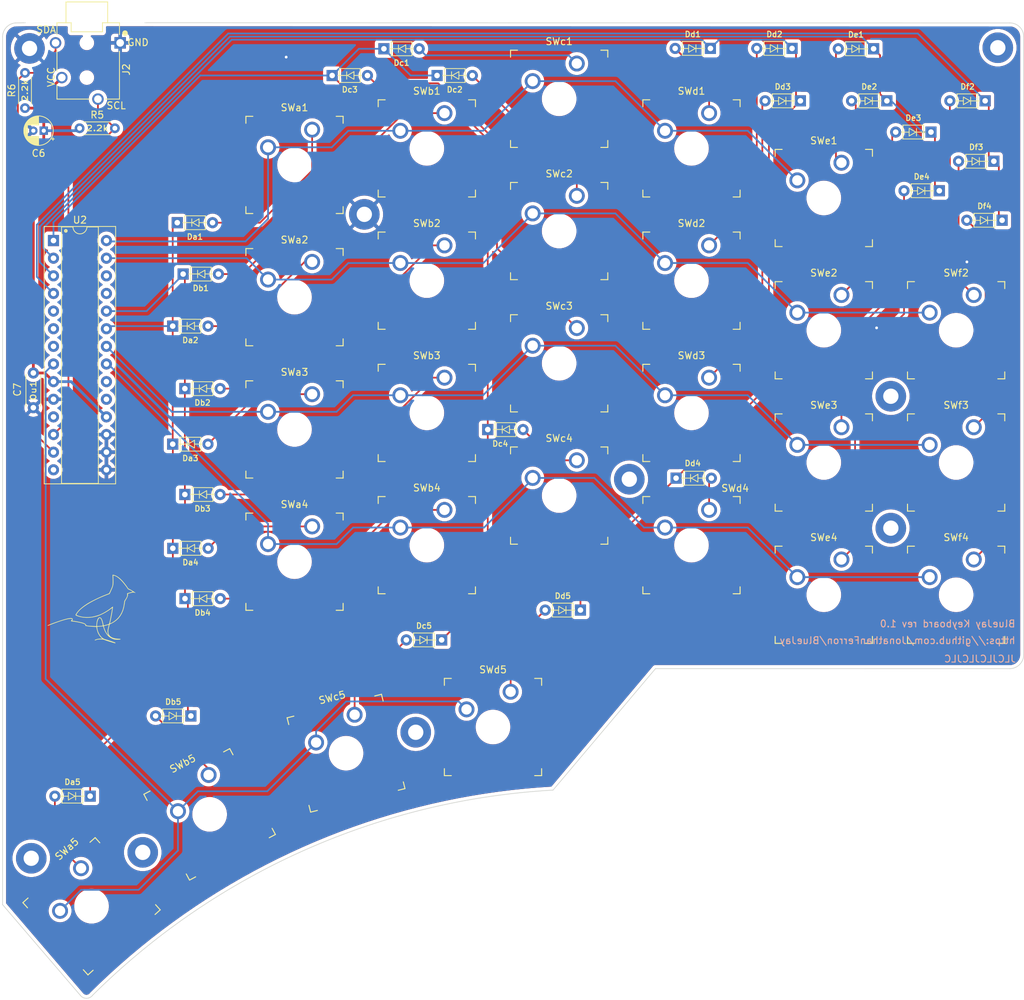
<source format=kicad_pcb>
(kicad_pcb (version 20211014) (generator pcbnew)
  (layers (0 "F.Cu" signal) (31 "B.Cu" signal) (36 "B.SilkS" user "B.Silkscreen") (37 "F.SilkS" user "F.Silkscreen") (38 "B.Mask" user) (39 "F.Mask" user) (44 "Edge.Cuts" user))
  (net 0 "")
  (net 1 "VCC")
  (net 2 "GND")
  (net 3 "/colA")
  (net 4 "Net-(Da1-Pad2)")
  (net 5 "Net-(Da2-Pad2)")
  (net 6 "Net-(Da3-Pad2)")
  (net 7 "Net-(Da4-Pad2)")
  (net 8 "Net-(Da5-Pad2)")
  (net 9 "/colB")
  (net 10 "Net-(Db1-Pad2)")
  (net 11 "Net-(Db2-Pad2)")
  (net 12 "Net-(Db3-Pad2)")
  (net 13 "Net-(Db4-Pad2)")
  (net 14 "Net-(Db5-Pad2)")
  (net 15 "/colC")
  (net 16 "Net-(Dc1-Pad2)")
  (net 17 "Net-(Dc2-Pad2)")
  (net 18 "Net-(Dc3-Pad2)")
  (net 19 "Net-(Dc4-Pad2)")
  (net 20 "Net-(Dc5-Pad2)")
  (net 21 "/colD")
  (net 22 "Net-(Dd1-Pad2)")
  (net 23 "Net-(Dd2-Pad2)")
  (net 24 "Net-(Dd3-Pad2)")
  (net 25 "Net-(Dd4-Pad2)")
  (net 26 "Net-(Dd5-Pad2)")
  (net 27 "/colE")
  (net 28 "Net-(De1-Pad2)")
  (net 29 "Net-(De2-Pad2)")
  (net 30 "Net-(De3-Pad2)")
  (net 31 "Net-(De4-Pad2)")
  (net 32 "/colF")
  (net 33 "Net-(Df2-Pad2)")
  (net 34 "Net-(Df3-Pad2)")
  (net 35 "Net-(Df4-Pad2)")
  (net 36 "/i2c_SCL")
  (net 37 "/i2c_SDA")
  (net 38 "/row1")
  (net 39 "/row2")
  (net 40 "/row3")
  (net 41 "/row4")
  (net 42 "/row5")
  (footprint "MountingHole:MountingHole_2.2mm_M2_Pad" (layer "F.Cu") (at 28.6 9.5)
    (fp_text reference "H5" hide)
    (fp_text value "M2")
  )
  (footprint "BlueJay footprints:SW_MX_Plate" (layer "F.Cu") (at 38.1 -38.1)
    (fp_text reference "SWd1")
    (fp_text value "KEYSW")
  )
  (footprint "MountingHole:MountingHole_2.2mm_M2_Pad" (layer "F.Cu") (at -9.4 -27.6)
    (fp_text reference "H3" hide)
    (fp_text value "M2")
  )
  (footprint "MountingHole:MountingHole_2.2mm_M2_Pad" (layer "F.Cu") (at 66.8 -2.4)
    (fp_text reference "H4" hide)
    (fp_text value "M2")
  )
  (footprint "BlueJay footprints:D_DO-35_SOD27_P5.08mm_Horizontal" (layer "F.Cu") (at 7.5 2.4)
    (fp_text reference "Dc4")
    (fp_text value "1N4148")
  )
  (footprint "BlueJay footprints:D_DO-35_SOD27_P5.08mm_Horizontal" (layer "F.Cu") (at -36.1063 -3.5)
    (fp_text reference "Db2")
    (fp_text value "1N4148")
  )
  (footprint "BlueJay footprints:D_DO-35_SOD27_P5.08mm_Horizontal" (layer "F.Cu") (at -36.1063 11.75)
    (fp_text reference "Db3")
    (fp_text value "1N4148")
  )
  (footprint "BlueJay footprints:SW_MX_Plate" (layer "F.Cu") (at -31.2712 57.8263 28)
    (fp_text reference "SWb5")
    (fp_text value "KEYSW")
  )
  (footprint "BlueJay footprints:CUI_SJ-43514" (layer "F.Cu") (at -48.95 -50.7 -90)
    (fp_text reference "J2")
    (fp_text value "SJ-43514")
    (fp_line (start -5.5 2.25) (end -5.5 8.85) (layer "Edge.Cuts") (width 0.01))
    (fp_line (start -5.5 -2.25) (end -4.2 -2.25) (layer "Edge.Cuts") (width 0.01))
    (fp_line (start -5.5 -8.35) (end -5.5 -2.25) (layer "Edge.Cuts") (width 0.01))
    (fp_line (start -4.2 -2.25) (end -4.2 2.25) (layer "Edge.Cuts") (width 0.01))
    (fp_line (start -4.2 2.25) (end -5.5 2.25) (layer "Edge.Cuts") (width 0.01))
  )
  (footprint "BlueJay footprints:SW_MX_Plate" (layer "F.Cu") (at 0 -38.1)
    (fp_text reference "SWb1")
    (fp_text value "KEYSW")
  )
  (footprint "BlueJay footprints:SW_MX_Plate" (layer "F.Cu") (at 38.1 0)
    (fp_text reference "SWd3")
    (fp_text value "KEYSW")
  )
  (footprint "BlueJay footprints:CP_Radial_D4.0mm_P1.50mm" (layer "F.Cu") (at -55.15 -40.65 180)
    (fp_text reference "C6")
    (fp_text value "4.7u")
  )
  (footprint "BlueJay footprints:bluejay_logo_small" (layer "F.Cu") (at -48.25 28.25)
    (fp_text reference "G***" hide)
    (fp_text value "LOGO" hide)
  )
  (footprint "BlueJay footprints:D_DO-35_SOD27_P5.08mm_Horizontal" (layer "F.Cu") (at -36.3563 -20)
    (fp_text reference "Db1")
    (fp_text value "1N4148")
  )
  (footprint "BlueJay footprints:D_DO-35_SOD27_P5.08mm_Horizontal" (layer "F.Cu") (at 84.0875 -27.75 180)
    (fp_text reference "Df4")
    (fp_text value "1N4148")
  )
  (footprint "BlueJay footprints:D_DO-35_SOD27_P5.08mm_Horizontal" (layer "F.Cu") (at 82.9 -36.25 180)
    (fp_text reference "Df3")
    (fp_text value "1N4148")
  )
  (footprint "BlueJay footprints:SW_MX_Plate" (layer "F.Cu") (at 76.2 -11.9063)
    (fp_text reference "SWf2")
    (fp_text value "KEYSW")
  )
  (footprint "MountingHole:MountingHole_2.2mm_M2_Pad" (layer "F.Cu") (at -57.2 -52.5)
    (fp_text reference "H2" hide)
    (fp_text value "M2")
  )
  (footprint "BlueJay footprints:D_DO-35_SOD27_P5.08mm_Horizontal" (layer "F.Cu") (at 65.5875 -52.45 180)
    (fp_text reference "De1")
    (fp_text value "1N4148")
  )
  (footprint "MountingHole:MountingHole_2.2mm_M2_Pad" (layer "F.Cu") (at 82.2 -52.6)
    (fp_text reference "H1" hide)
    (fp_text value "M2")
  )
  (footprint "BlueJay footprints:SW_MX_Plate" (layer "F.Cu") (at 38.1 19.05)
    (fp_text reference "SWd4")
    (fp_text value "KEYSW")
  )
  (footprint "MountingHole:MountingHole_2.2mm_M2_Pad" (layer "F.Cu") (at -1.6 46)
    (fp_text reference "H7" hide)
    (fp_text value "M2")
  )
  (footprint "BlueJay footprints:SW_MX_Plate" (layer "F.Cu") (at 76.2 26.1938)
    (fp_text reference "SWf4")
    (fp_text value "KEYSW")
  )
  (footprint "BlueJay footprints:SW_MX_Plate" (layer "F.Cu") (at -19.05 2.3813)
    (fp_text reference "SWa3")
    (fp_text value "KEYSW")
  )
  (footprint "BlueJay footprints:SW_MX_Plate" (layer "F.Cu") (at 19.05 -7.1438)
    (fp_text reference "SWc3")
    (fp_text value "KEYSW")
  )
  (footprint "BlueJay footprints:D_DO-35_SOD27_P5.08mm_Horizontal" (layer "F.Cu") (at -37.8563 -12.5)
    (fp_text reference "Da2")
    (fp_text value "1N4148")
  )
  (footprint "MountingHole:MountingHole_2.2mm_M2_Pad" (layer "F.Cu") (at -40.9 63.3)
    (fp_text reference "H8" hide)
    (fp_text value "M2")
  )
  (footprint "BlueJay footprints:SW_MX_Plate" (layer "F.Cu") (at 38.1 -19.05)
    (fp_text reference "SWd2")
    (fp_text value "KEYSW")
  )
  (footprint "BlueJay footprints:SW_MX_Plate" (layer "F.Cu") (at 0 -19.05)
    (fp_text reference "SWb2")
    (fp_text value "KEYSW")
  )
  (footprint "BlueJay footprints:D_DO-35_SOD27_P5.08mm_Horizontal" (layer "F.Cu") (at -37.8563 4.5)
    (fp_text reference "Da3")
    (fp_text value "1N4148")
  )
  (footprint "BlueJay footprints:SW_MX_Plate" (layer "F.Cu") (at 76.2 7.1438)
    (fp_text reference "SWf3")
    (fp_text value "KEYSW")
  )
  (footprint "BlueJay footprints:R_Axial_DIN0204_L3.6mm_D1.6mm_P5.08mm_Horizontal" (layer "F.Cu") (at -57.85 -43.9 90)
    (fp_text reference "R6")
    (fp_text value "2.2k")
  )
  (footprint "BlueJay footprints:SW_MX_Plate" (layer "F.Cu") (at 0 0)
    (fp_text reference "SWb3")
    (fp_text value "KEYSW")
  )
  (footprint "BlueJay footprints:D_DO-35_SOD27_P5.08mm_Horizontal" (layer "F.Cu") (at 34.6125 9.4)
    (fp_text reference "Dd4")
    (fp_text value "1N4148")
  )
  (footprint "BlueJay footprints:SW_MX_Plate" (layer "F.Cu") (at 57.15 26.1938)
    (fp_text reference "SWe4")
    (fp_text value "KEYSW")
  )
  (footprint "BlueJay footprints:SW_MX_Plate" (layer "F.Cu") (at -19.05 -16.6688)
    (fp_text reference "SWa2")
    (fp_text value "KEYSW")
  )
  (footprint "BlueJay footprints:SW_MX_Plate" (layer "F.Cu") (at 0 19.05)
    (fp_text reference "SWb4")
    (fp_text value "KEYSW")
  )
  (footprint "BlueJay footprints:D_DO-35_SOD27_P5.08mm_Horizontal" (layer "F.Cu") (at 42.1 -52.5 180)
    (fp_text reference "Dd1")
    (fp_text value "1N4148")
  )
  (footprint "BlueJay footprints:SW_MX_Plate" (layer "F.Cu") (at -19.05 -35.7188)
    (fp_text reference "SWa1")
    (fp_text value "KEYSW")
  )
  (footprint "BlueJay footprints:SW_MX_Plate" (layer "F.Cu") (at 57.15 7.1438)
    (fp_text reference "SWe3")
    (fp_text value "KEYSW")
  )
  (footprint "BlueJay footprints:D_DO-35_SOD27_P5.08mm_Horizontal" (layer "F.Cu") (at 55.05 -44.95 180)
    (fp_text reference "Dd3")
    (fp_text value "1N4148")
  )
  (footprint "BlueJay footprints:D_DO-35_SOD27_P5.08mm_Horizontal" (layer "F.Cu") (at -36.0875 26.75)
    (fp_text reference "Db4")
    (fp_text value "1N4148")
  )
  (footprint "BlueJay footprints:SW_MX_Plate" (layer "F.Cu") (at 19.05 -45.2438)
    (fp_text reference "SWc1")
    (fp_text value "KEYSW")
  )
  (footprint "BlueJay footprints:D_DO-35_SOD27_P5.08mm_Horizontal" (layer "F.Cu") (at 73.85 -40.45 180)
    (fp_text reference "De3")
    (fp_text value "1N4148")
  )
  (footprint "MountingHole:MountingHole_2.2mm_M2_Pad" (layer "F.Cu") (at -56.95 64.15)
    (fp_text reference "H9" hide)
    (fp_text value "M2")
  )
  (footprint "BlueJay footprints:D_DO-35_SOD27_P5.08mm_Horizontal" (layer "F.Cu") (at -7.45 -52.45)
    (fp_text reference "Dc1")
    (fp_text value "1N4148")
  )
  (footprint "BlueJay footprints:R_Axial_DIN0204_L3.6mm_D1.6mm_P5.08mm_Horizontal" (layer "F.Cu") (at -49.99 -41)
    (fp_text reference "R5")
    (fp_text value "2.2k")
  )
  (footprint "BlueJay footprints:SW_MX_Plate" (layer "F.Cu") (at -11.6312 49.0163 14)
    (fp_text reference "SWc5")
    (fp_text value "KEYSW")
  )
  (footprint "BlueJay footprints:SW_MX_Plate" (layer "F.Cu") (at -19.05 21.4313)
    (fp_text reference "SWa4")
    (fp_text value "KEYSW")
  )
  (footprint "BlueJay footprints:D_DO-35_SOD27_P5.08mm_Horizontal" (layer "F.Cu") (at -14.9 -48.6)
    (fp_text reference "Dc3")
    (fp_text value "1N4148")
  )
  (footprint "BlueJay footprints:D_DO-35_SOD27_P5.08mm_Horizontal" (layer "F.Cu") (at 53.85 -52.5 180)
    (fp_text reference "Dd2")
    (fp_text value "1N4148")
  )
  (footprint "BlueJay footprints:C_Disc_D4.3mm_W1.9mm_P5.00mm" (layer "F.Cu") (at -56.65 -5.75 -90)
    (fp_text reference "C7")
    (fp_text value "0u1")
  )
  (footprint "BlueJay footprints:SW_MX_Plate" (layer "F.Cu") (at 9.525 45.2438)
    (fp_text reference "SWd5")
    (fp_text value "KEYSW")
  )
  (footprint "BlueJay footprints:D_DO-35_SOD27_P5.08mm_Horizontal" (layer "F.Cu") (at 23.3875 28.4 180)
    (fp_text reference "Dd5")
    (fp_text value "1N4148")
  )
  (footprint "Package_DIP_AKL:DIP-28_W7.62mm_Socket" (layer "F.Cu") (at -53.75 -24.825)
    (fp_text reference "U2")
    (fp_text value "MCP23017")
  )
  (footprint "BlueJay footprints:SW_MX_Plate" (layer "F.Cu") (at 19.05 11.9063)
    (fp_text reference "SWc4")
    (fp_text value "KEYSW")
  )
  (footprint "BlueJay footprints:D_DO-35_SOD27_P5.08mm_Horizontal" (layer "F.Cu") (at 0.2 -48.6)
    (fp_text reference "Dc2")
    (fp_text value "1N4148")
  )
  (footprint "BlueJay footprints:SW_MX_Plate" (layer "F.Cu") (at 57.15 -11.9063)
    (fp_text reference "SWe2")
    (fp_text value "KEYSW")
  )
  (footprint "BlueJay footprints:D_DO-35_SOD27_P5.08mm_Horizontal" (layer "F.Cu") (at 67.5 -44.95 180)
    (fp_text reference "De2")
    (fp_text value "1N4148")
  )
  (footprint "BlueJay footprints:D_DO-35_SOD27_P5.08mm_Horizontal" (layer "F.Cu") (at 3.4 32.7 180)
    (fp_text reference "Dc5")
    (fp_text value "1N4148")
  )
  (footprint "BlueJay footprints:D_DO-35_SOD27_P5.08mm_Horizontal" (layer "F.Cu") (at 81.65 -44.95 180)
    (fp_text reference "Df2")
    (fp_text value "1N4148")
  )
  (footprint "BlueJay footprints:SW_MX_Plate" (layer "F.Cu") (at 19.05 -26.1938)
    (fp_text reference "SWc2")
    (fp_text value "KEYSW")
  )
  (footprint "BlueJay footprints:D_DO-35_SOD27_P5.08mm_Horizontal" (layer "F.Cu") (at -37.8375 19.5)
    (fp_text reference "Da4")
    (fp_text value "1N4148")
  )
  (footprint "BlueJay footprints:D_DO-35_SOD27_P5.08mm_Horizontal" (layer "F.Cu") (at -32.7 43.65 180)
    (fp_text reference "Db5")
    (fp_text value "1N4148")
  )
  (footprint "BlueJay footprints:SW_MX_Plate" (layer "F.Cu") (at -48.27 71.06 42)
    (fp_text reference "SWa5")
    (fp_text value "KEYSW")
  )
  (footprint "BlueJay footprints:D_DO-35_SOD27_P5.08mm_Horizontal" (layer "F.Cu") (at 75.05 -32 180)
    (fp_text reference "De4")
    (fp_text value "1N4148")
  )
  (footprint "BlueJay footprints:SW_MX_Plate" (layer "F.Cu") (at 57.15 -30.9563)
    (fp_text reference "SWe1")
    (fp_text value "KEYSW")
  )
  (footprint "BlueJay footprints:D_DO-35_SOD27_P5.08mm_Horizontal" (layer "F.Cu") (at -37.2 -27.4)
    (fp_text reference "Da1")
    (fp_text value "1N4148")
  )
  (footprint "MountingHole:MountingHole_2.2mm_M2_Pad" (layer "F.Cu") (at 66.8 16.6)
    (fp_text reference "H6" hide)
    (fp_text value "M2")
  )
  (footprint "BlueJay footprints:D_DO-35_SOD27_P5.08mm_Horizontal" (layer "F.Cu") (at -47.2 55.2 180)
    (fp_text reference "Da5")
    (fp_text value "1N4148")
  )
  (gr_line (start 85.928875 34.81) (end 85.927845 -54.17775) (layer "Edge.Cuts") (width 0.1))
  (gr_line (start -57.8 -56.2) (end -59.2 -56.175) (layer "Edge.Cuts") (width 0.1))
  (gr_arc (start 85.928875 34.81) (mid 85.346563 36.23553) (end 83.928876 36.836717) (layer "Edge.Cuts") (width 0.1))
  (gr_arc (start -61.077843 -54.17) (mid -60.533214 -55.541811) (end -59.2 -56.175) (layer "Edge.Cuts") (width 0.1))
  (gr_line (start 83.927845 -56.17) (end -40.6 -56.2) (layer "Edge.Cuts") (width 0.1))
  (gr_line (start -49.877844 83.9) (end -61.077844 70.83) (layer "Edge.Cuts") (width 0.1))
  (gr_line (start 32.922156 36.83) (end 83.928876 36.836717) (layer "Edge.Cuts") (width 0.1))
  (gr_arc (start -48.107844 83.87) (mid -48.985464 84.321423) (end -49.877844 83.9) (layer "Edge.Cuts") (width 0.1))
  (gr_arc (start -48.107844 83.87) (mid -17.679753 63.015187) (end 18.172156 54.33) (layer "Edge.Cuts") (width 0.1))
  (gr_line (start 18.172156 54.33) (end 32.922156 36.83) (layer "Edge.Cuts") (width 0.1))
  (gr_line (start -61.077843 -54.17) (end -61.077844 70.83) (layer "Edge.Cuts") (width 0.1))
  (gr_arc (start 83.927845 -56.17) (mid 85.346087 -55.593736) (end 85.927845 -54.17775) (layer "Edge.Cuts") (width 0.1))
  (gr_text "BlueJay Keyboard rev 1.0" (at 84.81 30.37) (layer "B.SilkS") (effects (font (size 1 1)) (justify left mirror)))
  (gr_text "JLCJLCJLCJLC" (at 79.63 35.43) (layer "B.SilkS") (effects (font (size 1 1)) (justify mirror)))
  (gr_text "https://github.com/JonathanFerron/BlueJay" (at 84.81 32.78) (layer "B.SilkS") (effects (font (size 1 1)) (justify left mirror)))
  (gr_text "SCL" (at -44.72 -44.26) (layer "F.SilkS") (effects (font (size 1 1))))
  (gr_text "SDA" (at -54.8 -55.2) (layer "F.SilkS") (effects (font (size 1 1))))
  (gr_text "GND" (at -41.58 -53.36) (layer "F.SilkS") (effects (font (size 1 1))))
  (gr_text "VCC" (at -54.08 -48.38 90) (layer "F.SilkS") (effects (font (size 1 1))))
  (segment (start -55.15 -39.25) (end -55.15 -40.65) (width 0.4) (layer "F.Cu") (net 1))
  (segment (start -57.85 -43.9) (end -55.2 -43.9) (width 0.4) (layer "F.Cu") (net 1))
  (segment (start -56.65 -5.75) (end -54.995 -5.75) (width 0.4) (layer "F.Cu") (net 1))
  (segment (start -55.15 -40.65) (end -55.15 -43.95) (width 0.4) (layer "F.Cu") (net 1))
  (segment (start -55.2 -43.9) (end -55.15 -43.95) (width 0.4) (layer "F.Cu") (net 1))
  (segment (start -55.15 -43.95) (end -55.15 -45.7) (width 0.4) (layer "F.Cu") (net 1))
  (segment (start -54.995 -5.75) (end -53.75 -4.505) (width 0.4) (layer "F.Cu") (net 1))
  (segment (start -56.65 -37.75) (end -55.15 -39.25) (width 0.4) (layer "F.Cu") (net 1))
  (segment (start -55.15 -45.7) (end -52.55 -48.3) (width 0.4) (layer "F.Cu") (net 1))
  (segment (start -56.65 -5.75) (end -56.65 -37.75) (width 0.4) (layer "F.Cu") (net 1))
  (segment (start -55.15 -40.65) (end -50.34 -40.65) (width 0.4) (layer "B.Cu") (net 1))
  (segment (start -50.34 -40.65) (end -49.99 -41) (width 0.4) (layer "B.Cu") (net 1))
  (segment (start -51.21 -4.505) (end -46.13 0.575) (width 0.4) (layer "B.Cu") (net 1))
  (segment (start -53.75 -4.505) (end -51.21 -4.505) (width 0.4) (layer "B.Cu") (net 1))
  (via (at 77.75 -21.75) (size 0.8) (drill 0.4) (layers "F.Cu" "B.Cu") (net 2))
  (via (at -20.25 -51.25) (size 0.8) (drill 0.4) (layers "F.Cu" "B.Cu") (net 2))
  (via (at 64.75 -12.25) (size 0.8) (drill 0.4) (layers "F.Cu" "B.Cu") (net 2))
  (segment (start -36.5675 19.5) (end -36.5675 4.5188) (width 0.25) (layer "F.Cu") (net 3))
  (segment (start -36.5863 -26.7437) (end -35.93 -27.4) (width 0.25) (layer "F.Cu") (net 3))
  (segment (start -36.5675 4.5188) (end -36.5863 4.5) (width 0.25) (layer "F.Cu") (net 3))
  (segment (start -48.47 55.2) (end -48.47 49.72) (width 0.25) (layer "F.Cu") (net 3))
  (segment (start -36.5863 -12.5) (end -36.5863 -26.7437) (width 0.25) (layer "F.Cu") (net 3))
  (segment (start -36.5675 37.8175) (end -36.5675 19.5) (width 0.25) (layer "F.Cu") (net 3))
  (segment (start -48.47 49.72) (end -36.5675 37.8175) (width 0.25) (layer "F.Cu") (net 3))
  (segment (start -36.5863 4.5) (end -36.5863 -12.5) (width 0.25) (layer "F.Cu") (net 3))
  (segment (start -45.755 -12.5) (end -46.13 -12.125) (width 0.25) (layer "B.Cu") (net 3))
  (segment (start -36.5863 -12.5) (end -45.755 -12.5) (width 0.25) (layer "B.Cu") (net 3))
  (segment (start -24.019346 -27.4) (end -30.85 -27.4) (width 0.25) (layer "F.Cu") (net 4))
  (segment (start -16.51 -40.7988) (end -16.51 -34.909346) (width 0.25) (layer "F.Cu") (net 4))
  (segment (start -16.51 -34.909346) (end -24.019346 -27.4) (width 0.25) (layer "F.Cu") (net 4))
  (segment (start -17.6012 -21.7488) (end -26.85 -12.5) (width 0.25) (layer "F.Cu") (net 5))
  (segment (start -16.51 -21.7488) (end -17.6012 -21.7488) (width 0.25) (layer "F.Cu") (net 5))
  (segment (start -26.85 -12.5) (end -31.5063 -12.5) (width 0.25) (layer "F.Cu") (net 5))
  (segment (start -16.51 -2.6987) (end -24.3076 -2.6987) (width 0.25) (layer "F.Cu") (net 6))
  (segment (start -24.3076 -2.6987) (end -31.5063 4.5) (width 0.25) (layer "F.Cu") (net 6))
  (segment (start -16.51 16.3513) (end -28.3388 16.3513) (width 0.25) (layer "F.Cu") (net 7))
  (segment (start -28.3388 16.3513) (end -31.4875 19.5) (width 0.25) (layer "F.Cu") (net 7))
  (segment (start -53.55 61.816829) (end -49.781596 65.585233) (width 0.25) (layer "F.Cu") (net 8))
  (segment (start -53.55 55.2) (end -53.55 61.816829) (width 0.25) (layer "F.Cu") (net 8))
  (segment (start -34.8363 11.75) (end -34.8363 -3.5) (width 0.25) (layer "F.Cu") (net 9))
  (segment (start -34.8363 -19.75) (end -35.0863 -20) (width 0.25) (layer "F.Cu") (net 9))
  (segment (start -33.97 43.65) (end -34.4 43.22) (width 0.25) (layer "F.Cu") (net 9))
  (segment (start -34.8175 26.75) (end -34.8175 11.7688) (width 0.25) (layer "F.Cu") (net 9))
  (segment (start -34.8363 -3.5) (end -34.8363 -19.75) (width 0.25) (layer "F.Cu") (net 9))
  (segment (start -34.4 43.22) (end -34.4 27.1675) (width 0.25) (layer "F.Cu") (net 9))
  (segment (start -34.8175 11.7688) (end -34.8363 11.75) (width 0.25) (layer "F.Cu") (net 9))
  (segment (start -34.4 27.1675) (end -34.8175 26.75) (width 0.25) (layer "F.Cu") (net 9))
  (segment (start -35.0863 -20) (end -35.0863 -19.9137) (width 0.25) (layer "B.Cu") (net 9))
  (segment (start -40.335 -14.665) (end -46.13 -14.665) (width 0.25) (layer "B.Cu") (net 9))
  (segment (start -35.0863 -19.9137) (end -40.335 -14.665) (width 0.25) (layer "B.Cu") (net 9))
  (segment (start 2.54 -43.18) (end -3.345375 -43.18) (width 0.25) (layer "F.Cu") (net 10))
  (segment (start -3.345375 -43.18) (end -26.525375 -20) (width 0.25) (layer "F.Cu") (net 10))
  (segment (start -26.525375 -20) (end -30.0063 -20) (width 0.25) (layer "F.Cu") (net 10))
  (segment (start -19.824625 -3.5) (end -29.7563 -3.5) (width 0.25) (layer "F.Cu") (net 11))
  (segment (start 0.805375 -24.13) (end -19.824625 -3.5) (width 0.25) (layer "F.Cu") (net 11))
  (segment (start 2.54 -24.13) (end 0.805375 -24.13) (width 0.25) (layer "F.Cu") (net 11))
  (segment (start 0.805375 -5.08) (end -16.024625 11.75) (width 0.25) (layer "F.Cu") (net 12))
  (segment (start -16.024625 11.75) (end -29.7563 11.75) (width 0.25) (layer "F.Cu") (net 12))
  (segment (start 2.54 -5.08) (end 0.805375 -5.08) (width 0.25) (layer "F.Cu") (net 12))
  (segment (start -17.4 26.75) (end -29.7375 26.75) (width 0.25) (layer "F.Cu") (net 13))
  (segment (start -4.62 13.97) (end -17.4 26.75) (width 0.25) (layer "F.Cu") (net 13))
  (segment (start 2.54 13.97) (end -4.62 13.97) (width 0.25) (layer "F.Cu") (net 13))
  (segment (start -31.413429 51.286571) (end -31.413429 52.148468) (width 0.25) (layer "F.Cu") (net 14))
  (segment (start -39.05 43.65) (end -31.413429 51.286571) (width 0.25) (layer "F.Cu") (net 14))
  (segment (start 2.25 -45.9) (end -10.93 -45.9) (width 0.25) (layer "F.Cu") (net 15))
  (segment (start 8.77 -39.38) (end 2.25 -45.9) (width 0.25) (layer "F.Cu") (net 15))
  (segment (start 8.77 26.06) (end 8.77 2.4) (width 0.25) (layer "F.Cu") (net 15))
  (segment (start 8.77 2.4) (end 8.77 -39.38) (width 0.25) (layer "F.Cu") (net 15))
  (segment (start -10.93 -45.9) (end -13.63 -48.6) (width 0.25) (layer "F.Cu") (net 15))
  (segment (start 2.13 32.7) (end 8.77 26.06) (width 0.25) (layer "F.Cu") (net 15))
  (segment (start -9.78 -52.45) (end -13.63 -48.6) (width 0.25) (layer "B.Cu") (net 15))
  (segment (start -53.75 -27.464282) (end -53.75 -24.825) (width 0.25) (layer "B.Cu") (net 15))
  (segment (start -32.614282 -48.6) (end -53.75 -27.464282) (width 0.25) (layer "B.Cu") (net 15))
  (segment (start -13.63 -48.6) (end -32.614282 -48.6) (width 0.25) (layer "B.Cu") (net 15))
  (segment (start -2.33 -48.6) (end -6.18 -52.45) (width 0.25) (layer "B.Cu") (net 15))
  (segment (start -6.18 -52.45) (end -9.78 -52.45) (width 0.25) (layer "B.Cu") (net 15))
  (segment (start 1.47 -48.6) (end -2.33 -48.6) (width 0.25) (layer "B.Cu") (net 15))
  (segment (start 20.4138 -51.5) (end 21.59 -50.3238) (width 0.25) (layer "B.Cu") (net 16))
  (segment (start -1.1 -52.45) (end -0.15 -51.5) (width 0.25) (layer "B.Cu") (net 16))
  (segment (start -0.15 -51.5) (end 20.4138 -51.5) (width 0.25) (layer "B.Cu") (net 16))
  (segment (start 21.59 -31.2738) (end 21.59 -33.56) (width 0.25) (layer "F.Cu") (net 17))
  (segment (start 21.59 -33.56) (end 6.55 -48.6) (width 0.25) (layer "F.Cu") (net 17))
  (segment (start 1.624511 -47.475489) (end -7.425489 -47.475489) (width 0.25) (layer "F.Cu") (net 18))
  (segment (start 10.1 -39) (end 1.624511 -47.475489) (width 0.25) (layer "F.Cu") (net 18))
  (segment (start 10.1 -23.7138) (end 10.1 -39) (width 0.25) (layer "F.Cu") (net 18))
  (segment (start 21.59 -12.2238) (end 10.1 -23.7138) (width 0.25) (layer "F.Cu") (net 18))
  (segment (start -7.425489 -47.475489) (end -8.55 -48.6) (width 0.25) (layer "F.Cu") (net 18))
  (segment (start 21.59 6.8263) (end 18.2763 6.8263) (width 0.25) (layer "F.Cu") (net 19))
  (segment (start 18.2763 6.8263) (end 13.85 2.4) (width 0.25) (layer "F.Cu") (net 19))
  (segment (start -10.395612 40.145612) (end -2.95 32.7) (width 0.25) (layer "F.Cu") (net 20))
  (segment (start -10.395612 43.472716) (end -10.395612 40.145612) (width 0.25) (layer "F.Cu") (net 20))
  (segment (start 22.1175 23.165) (end 35.8825 9.4) (width 0.25) (layer "F.Cu") (net 21))
  (segment (start 22.1175 28.4) (end 22.1175 23.165) (width 0.25) (layer "F.Cu") (net 21))
  (segment (start 53.15 -45.58) (end 53.15 -51.93) (width 0.25) (layer "F.Cu") (net 21))
  (segment (start 53.78 -44.95) (end 53.15 -45.58) (width 0.25) (layer "F.Cu") (net 21))
  (segment (start 35.8825 9.4) (end 49.25 -3.9675) (width 0.25) (layer "F.Cu") (net 21))
  (segment (start 49.25 -40.42) (end 53.78 -44.95) (width 0.25) (layer "F.Cu") (net 21))
  (segment (start 49.25 -3.9675) (end 49.25 -40.42) (width 0.25) (layer "F.Cu") (net 21))
  (segment (start 36.17 9.5) (end 35.5 9.5) (width 0.25) (layer "F.Cu") (net 21))
  (segment (start 53.15 -51.93) (end 52.58 -52.5) (width 0.25) (layer "F.Cu") (net 21))
  (segment (start -55.2 -26.65) (end -55.2 -23.735) (width 0.25) (layer "B.Cu") (net 21))
  (segment (start -28.1 -53.75) (end -55.2 -26.65) (width 0.25) (layer "B.Cu") (net 21))
  (segment (start -55.2 -23.735) (end -53.75 -22.285) (width 0.25) (layer "B.Cu") (net 21))
  (segment (start 40.83 -52.5) (end 39.58 -53.75) (width 0.25) (layer "B.Cu") (net 21))
  (segment (start 51.33 -53.75) (end 42.08 -53.75) (width 0.25) (layer "B.Cu") (net 21))
  (segment (start 52.58 -52.5) (end 51.33 -53.75) (width 0.25) (layer "B.Cu") (net 21))
  (segment (start 42.08 -53.75) (end 40.83 -52.5) (width 0.25) (layer "B.Cu") (net 21))
  (segment (start 39.58 -53.75) (end -28.1 -53.75) (width 0.25) (layer "B.Cu") (net 21))
  (segment (start 40.64 -47.61) (end 35.75 -52.5) (width 0.25) (layer "F.Cu") (net 22))
  (segment (start 40.64 -43.18) (end 40.64 -47.61) (width 0.25) (layer "F.Cu") (net 22))
  (segment (start 40.64 -24.13) (end 47.5 -30.99) (width 0.25) (layer "F.Cu") (net 23))
  (segment (start 47.5 -30.99) (end 47.5 -52.5) (width 0.25) (layer "F.Cu") (net 23))
  (segment (start 48.3 -44.55) (end 48.7 -44.95) (width 0.25) (layer "F.Cu") (net 24))
  (segment (start 40.64 -5.08) (end 48.3 -12.74) (width 0.25) (layer "F.Cu") (net 24))
  (segment (start 48.3 -12.74) (end 48.3 -44.55) (width 0.25) (layer "F.Cu") (net 24))
  (segment (start 40.64 9.7225) (end 40.9625 9.4) (width 0.25) (layer "F.Cu") (net 25))
  (segment (start 40.64 13.97) (end 40.64 9.7225) (width 0.25) (layer "F.Cu") (net 25))
  (segment (start 12.065 40.1638) (end 12.065 33.3725) (width 0.25) (layer "F.Cu") (net 26))
  (segment (start 12.065 33.3725) (end 17.0375 28.4) (width 0.25) (layer "F.Cu") (net 26))
  (segment (start 65.25 -51.5175) (end 64.3175 -52.45) (width 0.25) (layer "F.Cu") (net 27))
  (segment (start 73.78 -32) (end 73.15 -32.63) (width 0.25) (layer "F.Cu") (net 27))
  (segment (start 66.23 -44.95) (end 65.25 -45.93) (width 0.25) (layer "F.Cu") (net 27))
  (segment (start 73.15 -32.63) (end 73.15 -39.88) (width 0.25) (layer "F.Cu") (net 27))
  (segment (start 65.25 -45.93) (end 65.25 -51.5175) (width 0.25) (layer "F.Cu") (net 27))
  (segment (start 73.15 -39.88) (end 72.58 -40.45) (width 0.25) (layer "F.Cu") (net 27))
  (segment (start 62.56798 -54.19952) (end -28.35048 -54.19952) (width 0.25) (layer "B.Cu") (net 27))
  (segment (start 72.58 -40.45) (end 71.35 -40.45) (width 0.25) (layer "B.Cu") (net 27))
  (segment (start -55.70048 -21.69548) (end -53.75 -19.745) (width 0.25) (layer "B.Cu") (net 27))
  (segment (start 66.85 -44.95) (end 66.23 -44.95) (width 0.25) (layer "B.Cu") (net 27))
  (segment (start -28.35048 -54.19952) (end -55.70048 -26.84952) (width 0.25) (layer "B.Cu") (net 27))
  (segment (start 64.3175 -52.45) (end 62.56798 -54.19952) (width 0.25) (layer "B.Cu") (net 27))
  (segment (start 71.35 -40.45) (end 66.85 -44.95) (width 0.25) (layer "B.Cu") (net 27))
  (segment (start -55.70048 -26.84952) (end -55.70048 -21.69548) (width 0.25) (layer "B.Cu") (net 27))
  (segment (start 58.9 -36.8263) (end 58.9 -52.1125) (width 0.25) (layer "F.Cu") (net 28))
  (segment (start 58.9 -52.1125) (end 59.2375 -52.45) (width 0.25) (layer "F.Cu") (net 28))
  (segment (start 59.69 -36.0363) (end 58.9 -36.8263) (width 0.25) (layer "F.Cu") (net 28))
  (segment (start 61.75 -19.0463) (end 61.75 -44.35) (width 0.25) (layer "F.Cu") (net 29))
  (segment (start 59.69 -16.9863) (end 61.75 -19.0463) (width 0.25) (layer "F.Cu") (net 29))
  (segment (start 61.75 -44.35) (end 61.15 -44.95) (width 0.25) (layer "F.Cu") (net 29))
  (segment (start 59.69 -9.69) (end 67 -17) (width 0.25) (layer "F.Cu") (net 30))
  (segment (start 67 -39.95) (end 67.5 -40.45) (width 0.25) (layer "F.Cu") (net 30))
  (segment (start 59.69 2.0638) (end 59.69 -9.69) (width 0.25) (layer "F.Cu") (net 30))
  (segment (start 67 -17) (end 67 -39.95) (width 0.25) (layer "F.Cu") (net 30))
  (segment (start 68.7 -14.25) (end 68.7 -32) (width 0.25) (layer "F.Cu") (net 31))
  (segment (start 61.65 -7.2) (end 68.7 -14.25) (width 0.25) (layer "F.Cu") (net 31))
  (segment (start 61.65 19.1538) (end 61.65 -7.2) (width 0.25) (layer "F.Cu") (net 31))
  (segment (start 59.69 21.1138) (end 61.65 19.1538) (width 0.25) (layer "F.Cu") (net 31))
  (segment (start 82.8175 -27.75) (end 82.35 -28.2175) (width 0.25) (layer "F.Cu") (net 32))
  (segment (start 80.9 -44.43) (end 80.38 -44.95) (width 0.25) (layer "F.Cu") (net 32))
  (segment (start 82.35 -35.53) (end 81.63 -36.25) (width 0.25) (layer "F.Cu") (net 32))
  (segment (start 80.9 -36.98) (end 80.9 -44.43) (width 0.25) (layer "F.Cu") (net 32))
  (segment (start 81.63 -36.25) (end 80.9 -36.98) (width 0.25) (layer "F.Cu") (net 32))
  (segment (start 82.35 -28.2175) (end 82.35 -35.53) (width 0.25) (layer "F.Cu") (net 32))
  (segment (start -28.60096 -54.64904) (end -56.15 -27.1) (width 0.25) (layer "B.Cu") (net 32))
  (segment (start -56.15 -27.1) (end -56.15 -19.605) (width 0.25) (layer "B.Cu") (net 32))
  (segment (start 80.38 -44.95) (end 70.68096 -54.64904) (width 0.25) (layer "B.Cu") (net 32))
  (segment (start -56.15 -19.605) (end -53.75 -17.205) (width 0.25) (layer "B.Cu") (net 32))
  (segment (start 70.68096 -54.64904) (end -28.60096 -54.64904) (width 0.25) (layer "B.Cu") (net 32))
  (segment (start 78.74 -16.9863) (end 75.3 -20.4263) (width 0.25) (layer "F.Cu") (net 33))
  (segment (start 75.3 -20.4263) (end 75.3 -44.95) (width 0.25) (layer "F.Cu") (net 33))
  (segment (start 80.45 -22.75) (end 76.55 -26.65) (width 0.25) (layer "F.Cu") (net 34))
  (segment (start 78.74 2.0638) (end 80.45 0.3538) (width 0.25) (layer "F.Cu") (net 34))
  (segment (start 76.55 -26.65) (end 76.55 -36.25) (width 0.25) (layer "F.Cu") (net 34))
  (segment (start 80.45 0.3538) (end 80.45 -22.75) (width 0.25) (layer "F.Cu") (net 34))
  (segment (start 82.25 -23.2375) (end 77.7375 -27.75) (width 0.25) (layer "F.Cu") (net 35))
  (segment (start 78.74 21.1138) (end 82.25 17.6038) (width 0.25) (layer "F.Cu") (net 35))
  (segment (start 82.25 17.6038) (end 82.25 -23.2375) (width 0.25) (layer "F.Cu") (net 35))
  (segment (start -51.6 -34.31) (end -51.6 0.965) (width 0.25) (layer "F.Cu") (net 36))
  (segment (start -47.35 -45.2) (end -47.35 -43.44) (width 0.25) (layer "F.Cu") (net 36))
  (segment (start -47.35 -43.44) (end -44.91 -41) (width 0.25) (layer "F.Cu") (net 36))
  (segment (start -51.6 0.965) (end -53.75 3.115) (width 0.25) (layer "F.Cu") (net 36))
  (segment (start -44.91 -41) (end -51.6 -34.31) (width 0.25) (layer "F.Cu") (net 36))
  (segment (start -58.874511 -47.955489) (end -58.874511 0.530489) (width 0.25) (layer "F.Cu") (net 37))
  (segment (start -56.603274 -48.98) (end -57.85 -48.98) (width 0.25) (layer "F.Cu") (net 37))
  (segment (start -58.874511 0.530489) (end -53.75 5.655) (width 0.25) (layer "F.Cu") (net 37))
  (segment (start -53.45 -53.3) (end -53.45 -52.133274) (width 0.25) (layer "F.Cu") (net 37))
  (segment (start -57.85 -48.98) (end -58.874511 -47.955489) (width 0.25) (layer "F.Cu") (net 37))
  (segment (start -53.45 -52.133274) (end -56.603274 -48.98) (width 0.25) (layer "F.Cu") (net 37))
  (segment (start 53.34 -33.4963) (end 46.1963 -40.64) (width 0.25) (layer "B.Cu") (net 38))
  (segment (start -3.81 -40.64) (end -11.31 -40.64) (width 0.25) (layer "B.Cu") (net 38))
  (segment (start -46.005 -24.7) (end -46.13 -24.825) (width 0.25) (layer "B.Cu") (net 38))
  (segment (start 15.24 -47.7838) (end 8.0962 -40.64) (width 0.25) (layer "B.Cu") (net 38))
  (segment (start -13.6912 -38.2588) (end -22.86 -38.2588) (width 0.25) (layer "B.Cu") (net 38))
  (segment (start -26.1 -24.7) (end -46.005 -24.7) (width 0.25) (layer "B.Cu") (net 38))
  (segment (start 8.0962 -40.64) (end -3.81 -40.64) (width 0.25) (layer "B.Cu") (net 38))
  (segment (start -22.86 -38.2588) (end -22.86 -27.94) (width 0.25) (layer "B.Cu") (net 38))
  (segment (start 34.29 -40.64) (end 27.1462 -47.7838) (width 0.25) (layer "B.Cu") (net 38))
  (segment (start 46.1963 -40.64) (end 34.29 -40.64) (width 0.25) (layer "B.Cu") (net 38))
  (segment (start -22.86 -27.94) (end -26.1 -24.7) (width 0.25) (layer "B.Cu") (net 38))
  (segment (start 27.1462 -47.7838) (end 15.24 -47.7838) (width 0.25) (layer "B.Cu") (net 38))
  (segment (start -11.31 -40.64) (end -13.6912 -38.2588) (width 0.25) (layer "B.Cu") (net 38))
  (segment (start 8.14 -21.59) (end -3.81 -21.59) (width 0.25) (layer "B.Cu") (net 39))
  (segment (start 15.24 -28.7338) (end 15.24 -28.69) (width 0.25) (layer "B.Cu") (net 39))
  (segment (start 27.1462 -28.7338) (end 15.24 -28.7338) (width 0.25) (layer "B.Cu") (net 39))
  (segment (start 15.24 -28.69) (end 8.14 -21.59) (width 0.25) (layer "B.Cu") (net 39))
  (segment (start 34.29 -21.59) (end 27.1462 -28.7338) (width 0.25) (layer "B.Cu") (net 39))
  (segment (start -11.31 -21.59) (end -13.6912 -19.2088) (width 0.25) (layer "B.Cu") (net 39))
  (segment (start -22.86 -19.2088) (end -25.9362 -22.285) (width 0.25) (layer "B.Cu") (net 39))
  (segment (start 53.34 -14.4463) (end 46.1963 -21.59) (width 0.25) (layer "B.Cu") (net 39))
  (segment (start 46.1963 -21.59) (end 34.29 -21.59) (width 0.25) (layer "B.Cu") (net 39))
  (segment (start -3.81 -21.59) (end -11.31 -21.59) (width 0.25) (layer "B.Cu") (net 39))
  (segment (start -13.6912 -19.2088) (end -22.86 -19.2088) (width 0.25) (layer "B.Cu") (net 39))
  (segment (start 72.39 -14.4463) (end 53.34 -14.4463) (width 0.25) (layer "B.Cu") (net 39))
  (segment (start -25.9362 -22.285) (end -46.13 -22.285) (width 0.25) (layer "B.Cu") (net 39))
  (segment (start 15.24 -9.6838) (end 15.2338 -9.6838) (width 0.25) (layer "B.Cu") (net 40))
  (segment (start 8.09 -2.54) (end -3.81 -2.54) (width 0.25) (layer "B.Cu") (net 40))
  (segment (start -3.81 -2.54) (end -10.61 -2.54) (width 0.25) (layer "B.Cu") (net 40))
  (segment (start -36.7037 -0.1587) (end -46.13 -9.585) (width 0.25) (layer "B.Cu") (net 40))
  (segment (start -12.9913 -0.1587) (end -22.86 -0.1587) (width 0.25) (layer "B.Cu") (net 40))
  (segment (start 46.1962 -2.54) (end 34.29 -2.54) (width 0.25) (layer "B.Cu") (net 40))
  (segment (start 27.1462 -9.6838) (end 15.24 -9.6838) (width 0.25) (layer "B.Cu") (net 40))
  (segment (start 53.34 4.6038) (end 46.1962 -2.54) (width 0.25) (layer "B.Cu") (net 40))
  (segment (start 72.39 4.6038) (end 53.34 4.6038) (width 0.25) (layer "B.Cu") (net 40))
  (segment (start 15.2338 -9.6838) (end 8.09 -2.54) (width 0.25) (layer "B.Cu") (net 40))
  (segment (start 34.29 -2.54) (end 27.1462 -9.6838) (width 0.25) (layer "B.Cu") (net 40))
  (segment (start -22.86 -0.1587) (end -36.7037 -0.1587) (width 0.25) (layer "B.Cu") (net 40))
  (segment (start -10.61 -2.54) (end -12.9913 -0.1587) (width 0.25) (layer "B.Cu") (net 40))
  (segment (start 72.39 23.6538) (end 53.34 23.6538) (width 0.25) (layer "B.Cu") (net 41))
  (segment (start 24.1163 9.3663) (end 15.24 9.3663) (width 0.25) (layer "B.Cu") (net 41))
  (segment (start 8.24 16.51) (end -3.81 16.51) (width 0.25) (layer "B.Cu") (net 41))
  (segment (start 15.24 9.51) (end 8.24 16.51) (width 0.25) (layer "B.Cu") (net 41))
  (segment (start -12.9913 18.8913) (end -22.86 18.8913) (width 0.25) (layer "B.Cu") (net 41))
  (segment (start -3.81 16.51) (end -10.61 16.51) (width 0.25) (layer "B.Cu") (net 41))
  (segment (start 15.24 9.3663) (end 15.24 9.51) (width 0.25) (layer "B.Cu") (net 41))
  (segment (start -22.86 18.8913) (end -22.86 15.977278) (width 0.25) (layer "B.Cu") (net 41))
  (segment (start 53.34 23.6538) (end 46.1962 16.51) (width 0.25) (layer "B.Cu") (net 41))
  (segment (start -10.61 16.51) (end -12.9913 18.8913) (width 0.25) (layer "B.Cu") (net 41))
  (segment (start -45.882278 -7.045) (end -46.13 -7.045) (width 0.25) (layer "B.Cu") (net 41))
  (segment (start -22.86 15.977278) (end -45.882278 -7.045) (width 0.25) (layer "B.Cu") (net 41))
  (segment (start 34.29 16.51) (end 31.26 16.51) (width 0.25) (layer "B.Cu") (net 41))
  (segment (start 46.1962 16.51) (end 34.29 16.51) (width 0.25) (layer "B.Cu") (net 41))
  (segment (start 31.26 16.51) (end 24.1163 9.3663) (width 0.25) (layer "B.Cu") (net 41))
  (segment (start -54.874511 38.325477) (end -35.827688 57.3723) (width 0.25) (layer "B.Cu") (net 42))
  (segment (start -35.827688 57.3723) (end -35.827688 63.027688) (width 0.25) (layer "B.Cu") (net 42))
  (segment (start -53.75 -7.045) (end -54.874511 -5.920489) (width 0.25) (layer "B.Cu") (net 42))
  (segment (start 4.572 41.5608) (end -11.6108 41.5608) (width 0.25) (layer "B.Cu") (net 42))
  (segment (start -41.491579 68.691579) (end -49.770753 68.691579) (width 0.25) (layer "B.Cu") (net 42))
  (segment (start -15.942508 47.473471) (end -22.969037 54.5) (width 0.25) (layer "B.Cu") (net 42))
  (segment (start -54.874511 -5.920489) (end -54.874511 38.325477) (width 0.25) (layer "B.Cu") (net 42))
  (segment (start 5.715 42.7038) (end 4.572 41.5608) (width 0.25) (layer "B.Cu") (net 42))
  (segment (start -35.827688 63.027688) (end -41.491579 68.691579) (width 0.25) (layer "B.Cu") (net 42))
  (segment (start -11.6108 41.5608) (end -15.942508 45.892508) (width 0.25) (layer "B.Cu") (net 42))
  (segment (start -15.942508 45.892508) (end -15.942508 47.473471) (width 0.25) (layer "B.Cu") (net 42))
  (segment (start -22.969037 54.5) (end -32.955388 54.5) (width 0.25) (layer "B.Cu") (net 42))
  (segment (start -49.770753 68.691579) (end -52.800974 71.7218) (width 0.25) (layer "B.Cu") (net 42))
  (segment (start -32.955388 54.5) (end -35.827688 57.3723) (width 0.25) (layer "B.Cu") (net 42))
  (zone (net 2) (net_name "GND") (layers F&B.Cu) (connect_pads (clearance 0.508)) (min_thickness 0.254) (fill yes (thermal_gap 0.508) (thermal_bridge_width 0.508))
    (polygon (pts (xy 85.85 37.15) (xy 33.2 36.75) (xy 18.2 54.55) (xy -49.2 84.55) (xy -61.3 70.3) (xy -61.45 -56.45) (xy 85.95 -56.45)))
  )
)
</source>
